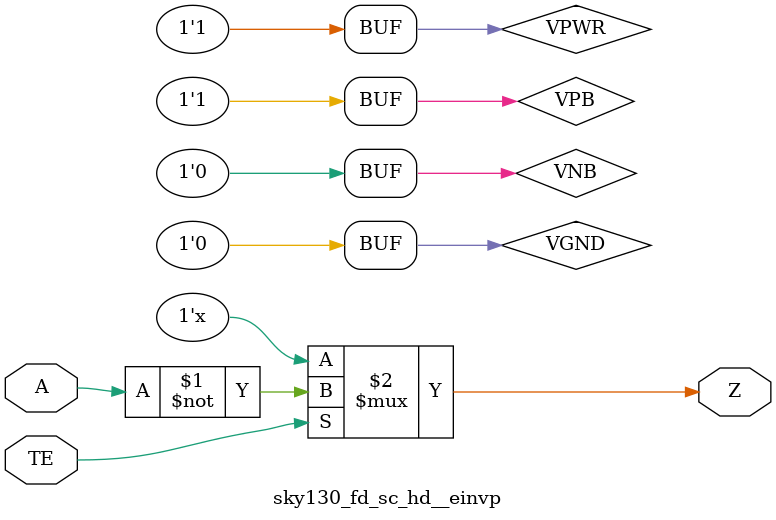
<source format=v>
/*
 * Copyright 2020 The SkyWater PDK Authors
 *
 * Licensed under the Apache License, Version 2.0 (the "License");
 * you may not use this file except in compliance with the License.
 * You may obtain a copy of the License at
 *
 *     https://www.apache.org/licenses/LICENSE-2.0
 *
 * Unless required by applicable law or agreed to in writing, software
 * distributed under the License is distributed on an "AS IS" BASIS,
 * WITHOUT WARRANTIES OR CONDITIONS OF ANY KIND, either express or implied.
 * See the License for the specific language governing permissions and
 * limitations under the License.
 *
 * SPDX-License-Identifier: Apache-2.0
*/


`ifndef SKY130_FD_SC_HD__EINVP_BEHAVIORAL_V
`define SKY130_FD_SC_HD__EINVP_BEHAVIORAL_V

/**
 * einvp: Tri-state inverter, positive enable.
 *
 * Verilog simulation functional model.
 */

`timescale 1ns / 1ps
`default_nettype none

`celldefine
module sky130_fd_sc_hd__einvp (
    Z ,
    A ,
    TE
);

    // Module ports
    output Z ;
    input  A ;
    input  TE;

    // Module supplies
    supply1 VPWR;
    supply0 VGND;
    supply1 VPB ;
    supply0 VNB ;

    //     Name     Output  Other arguments
    notif1 notif10 (Z     , A, TE          );

endmodule
`endcelldefine

`default_nettype wire
`endif  // SKY130_FD_SC_HD__EINVP_BEHAVIORAL_V
</source>
